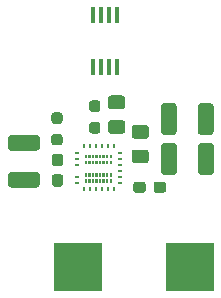
<source format=gtp>
%TF.GenerationSoftware,KiCad,Pcbnew,(5.1.6-0-10_14)*%
%TF.CreationDate,2021-10-07T10:19:15+09:00*%
%TF.ProjectId,peltier,70656c74-6965-4722-9e6b-696361645f70,rev?*%
%TF.SameCoordinates,Original*%
%TF.FileFunction,Paste,Top*%
%TF.FilePolarity,Positive*%
%FSLAX46Y46*%
G04 Gerber Fmt 4.6, Leading zero omitted, Abs format (unit mm)*
G04 Created by KiCad (PCBNEW (5.1.6-0-10_14)) date 2021-10-07 10:19:15*
%MOMM*%
%LPD*%
G01*
G04 APERTURE LIST*
%ADD10C,0.100000*%
%ADD11R,0.250000X0.450000*%
%ADD12R,0.450000X0.250000*%
%ADD13R,0.450000X1.450000*%
%ADD14R,0.400000X1.450000*%
%ADD15R,4.100000X4.100000*%
G04 APERTURE END LIST*
D10*
%TO.C,U1*%
G36*
X172300000Y-54750000D02*
G01*
X172300000Y-54450000D01*
X172500000Y-54450000D01*
X172500000Y-54750000D01*
X172300000Y-54750000D01*
G37*
G36*
X172300000Y-55250000D02*
G01*
X172300000Y-54950000D01*
X172500000Y-54950000D01*
X172500000Y-55250000D01*
X172300000Y-55250000D01*
G37*
G36*
X172300000Y-54750000D02*
G01*
X172300000Y-54450000D01*
X172500000Y-54450000D01*
X172500000Y-54750000D01*
X172300000Y-54750000D01*
G37*
G36*
X173200000Y-54750000D02*
G01*
X173200000Y-54450000D01*
X173400000Y-54450000D01*
X173400000Y-54750000D01*
X173200000Y-54750000D01*
G37*
G36*
X173800000Y-55250000D02*
G01*
X173800000Y-54950000D01*
X174000000Y-54950000D01*
X174000000Y-55250000D01*
X173800000Y-55250000D01*
G37*
G36*
X173500000Y-54750000D02*
G01*
X173500000Y-54450000D01*
X173700000Y-54450000D01*
X173700000Y-54750000D01*
X173500000Y-54750000D01*
G37*
G36*
X173500000Y-54750000D02*
G01*
X173500000Y-54450000D01*
X173700000Y-54450000D01*
X173700000Y-54750000D01*
X173500000Y-54750000D01*
G37*
G36*
X173800000Y-54750000D02*
G01*
X173800000Y-54450000D01*
X174000000Y-54450000D01*
X174000000Y-54750000D01*
X173800000Y-54750000D01*
G37*
G36*
X173500000Y-55250000D02*
G01*
X173500000Y-54950000D01*
X173700000Y-54950000D01*
X173700000Y-55250000D01*
X173500000Y-55250000D01*
G37*
G36*
X173800000Y-54750000D02*
G01*
X173800000Y-54450000D01*
X174000000Y-54450000D01*
X174000000Y-54750000D01*
X173800000Y-54750000D01*
G37*
G36*
X174100000Y-55250000D02*
G01*
X174100000Y-54950000D01*
X174300000Y-54950000D01*
X174300000Y-55250000D01*
X174100000Y-55250000D01*
G37*
G36*
X174100000Y-54750000D02*
G01*
X174100000Y-54450000D01*
X174300000Y-54450000D01*
X174300000Y-54750000D01*
X174100000Y-54750000D01*
G37*
G36*
X174100000Y-54750000D02*
G01*
X174100000Y-54450000D01*
X174300000Y-54450000D01*
X174300000Y-54750000D01*
X174100000Y-54750000D01*
G37*
G36*
X173200000Y-55250000D02*
G01*
X173200000Y-54950000D01*
X173400000Y-54950000D01*
X173400000Y-55250000D01*
X173200000Y-55250000D01*
G37*
G36*
X172900000Y-54750000D02*
G01*
X172900000Y-54450000D01*
X173100000Y-54450000D01*
X173100000Y-54750000D01*
X172900000Y-54750000D01*
G37*
G36*
X172900000Y-54750000D02*
G01*
X172900000Y-54450000D01*
X173100000Y-54450000D01*
X173100000Y-54750000D01*
X172900000Y-54750000D01*
G37*
G36*
X173200000Y-54750000D02*
G01*
X173200000Y-54450000D01*
X173400000Y-54450000D01*
X173400000Y-54750000D01*
X173200000Y-54750000D01*
G37*
G36*
X172900000Y-55250000D02*
G01*
X172900000Y-54950000D01*
X173100000Y-54950000D01*
X173100000Y-55250000D01*
X172900000Y-55250000D01*
G37*
G36*
X172600000Y-54750000D02*
G01*
X172600000Y-54450000D01*
X172800000Y-54450000D01*
X172800000Y-54750000D01*
X172600000Y-54750000D01*
G37*
G36*
X172600000Y-55250000D02*
G01*
X172600000Y-54950000D01*
X172800000Y-54950000D01*
X172800000Y-55250000D01*
X172600000Y-55250000D01*
G37*
G36*
X172600000Y-54750000D02*
G01*
X172600000Y-54450000D01*
X172800000Y-54450000D01*
X172800000Y-54750000D01*
X172600000Y-54750000D01*
G37*
G36*
X174400000Y-54750000D02*
G01*
X174400000Y-54450000D01*
X174600000Y-54450000D01*
X174600000Y-54750000D01*
X174400000Y-54750000D01*
G37*
G36*
X174400000Y-55250000D02*
G01*
X174400000Y-54950000D01*
X174600000Y-54950000D01*
X174600000Y-55250000D01*
X174400000Y-55250000D01*
G37*
G36*
X174400000Y-54750000D02*
G01*
X174400000Y-54450000D01*
X174600000Y-54450000D01*
X174600000Y-54750000D01*
X174400000Y-54750000D01*
G37*
G36*
X173200000Y-53700000D02*
G01*
X173200000Y-53400000D01*
X173400000Y-53400000D01*
X173400000Y-53700000D01*
X173200000Y-53700000D01*
G37*
G36*
X172900000Y-53200000D02*
G01*
X172900000Y-52900000D01*
X173100000Y-52900000D01*
X173100000Y-53200000D01*
X172900000Y-53200000D01*
G37*
G36*
X172900000Y-53200000D02*
G01*
X172900000Y-52900000D01*
X173100000Y-52900000D01*
X173100000Y-53200000D01*
X172900000Y-53200000D01*
G37*
G36*
X173200000Y-53200000D02*
G01*
X173200000Y-52900000D01*
X173400000Y-52900000D01*
X173400000Y-53200000D01*
X173200000Y-53200000D01*
G37*
G36*
X172900000Y-53700000D02*
G01*
X172900000Y-53400000D01*
X173100000Y-53400000D01*
X173100000Y-53700000D01*
X172900000Y-53700000D01*
G37*
G36*
X172600000Y-53200000D02*
G01*
X172600000Y-52900000D01*
X172800000Y-52900000D01*
X172800000Y-53200000D01*
X172600000Y-53200000D01*
G37*
G36*
X172600000Y-53700000D02*
G01*
X172600000Y-53400000D01*
X172800000Y-53400000D01*
X172800000Y-53700000D01*
X172600000Y-53700000D01*
G37*
G36*
X172600000Y-53200000D02*
G01*
X172600000Y-52900000D01*
X172800000Y-52900000D01*
X172800000Y-53200000D01*
X172600000Y-53200000D01*
G37*
G36*
X172300000Y-53200000D02*
G01*
X172300000Y-52900000D01*
X172500000Y-52900000D01*
X172500000Y-53200000D01*
X172300000Y-53200000D01*
G37*
G36*
X172300000Y-53700000D02*
G01*
X172300000Y-53400000D01*
X172500000Y-53400000D01*
X172500000Y-53700000D01*
X172300000Y-53700000D01*
G37*
G36*
X172300000Y-53200000D02*
G01*
X172300000Y-52900000D01*
X172500000Y-52900000D01*
X172500000Y-53200000D01*
X172300000Y-53200000D01*
G37*
G36*
X173200000Y-53200000D02*
G01*
X173200000Y-52900000D01*
X173400000Y-52900000D01*
X173400000Y-53200000D01*
X173200000Y-53200000D01*
G37*
G36*
X173800000Y-53700000D02*
G01*
X173800000Y-53400000D01*
X174000000Y-53400000D01*
X174000000Y-53700000D01*
X173800000Y-53700000D01*
G37*
G36*
X173500000Y-53200000D02*
G01*
X173500000Y-52900000D01*
X173700000Y-52900000D01*
X173700000Y-53200000D01*
X173500000Y-53200000D01*
G37*
G36*
X173500000Y-53200000D02*
G01*
X173500000Y-52900000D01*
X173700000Y-52900000D01*
X173700000Y-53200000D01*
X173500000Y-53200000D01*
G37*
G36*
X173800000Y-53200000D02*
G01*
X173800000Y-52900000D01*
X174000000Y-52900000D01*
X174000000Y-53200000D01*
X173800000Y-53200000D01*
G37*
G36*
X173500000Y-53700000D02*
G01*
X173500000Y-53400000D01*
X173700000Y-53400000D01*
X173700000Y-53700000D01*
X173500000Y-53700000D01*
G37*
G36*
X173800000Y-53200000D02*
G01*
X173800000Y-52900000D01*
X174000000Y-52900000D01*
X174000000Y-53200000D01*
X173800000Y-53200000D01*
G37*
G36*
X174100000Y-53700000D02*
G01*
X174100000Y-53400000D01*
X174300000Y-53400000D01*
X174300000Y-53700000D01*
X174100000Y-53700000D01*
G37*
G36*
X174100000Y-53200000D02*
G01*
X174100000Y-52900000D01*
X174300000Y-52900000D01*
X174300000Y-53200000D01*
X174100000Y-53200000D01*
G37*
G36*
X174100000Y-53200000D02*
G01*
X174100000Y-52900000D01*
X174300000Y-52900000D01*
X174300000Y-53200000D01*
X174100000Y-53200000D01*
G37*
G36*
X174400000Y-53700000D02*
G01*
X174400000Y-53400000D01*
X174600000Y-53400000D01*
X174600000Y-53700000D01*
X174400000Y-53700000D01*
G37*
G36*
X174400000Y-53200000D02*
G01*
X174400000Y-52900000D01*
X174600000Y-52900000D01*
X174600000Y-53200000D01*
X174400000Y-53200000D01*
G37*
G36*
X174400000Y-53200000D02*
G01*
X174400000Y-52900000D01*
X174600000Y-52900000D01*
X174600000Y-53200000D01*
X174400000Y-53200000D01*
G37*
%TD*%
D11*
%TO.C,U1*%
X174750000Y-52180000D03*
X174250000Y-52180000D03*
X173750000Y-52180000D03*
X173250000Y-52180000D03*
X172750000Y-52180000D03*
X172250000Y-52180000D03*
D12*
X171680000Y-52750000D03*
X171680000Y-53250000D03*
X171680000Y-53750000D03*
X171680000Y-54750000D03*
X171680000Y-55250000D03*
D11*
X172250000Y-55820000D03*
X172750000Y-55820000D03*
X173250000Y-55820000D03*
X173750000Y-55820000D03*
X174250000Y-55820000D03*
X174750000Y-55820000D03*
D12*
X175320000Y-55250000D03*
X175320000Y-54750000D03*
X175320000Y-54250000D03*
X175320000Y-53750000D03*
X175320000Y-53250000D03*
X175320000Y-52750000D03*
%TD*%
%TO.C,C1*%
G36*
G01*
X177475000Y-53625000D02*
X176525000Y-53625000D01*
G75*
G02*
X176275000Y-53375000I0J250000D01*
G01*
X176275000Y-52700000D01*
G75*
G02*
X176525000Y-52450000I250000J0D01*
G01*
X177475000Y-52450000D01*
G75*
G02*
X177725000Y-52700000I0J-250000D01*
G01*
X177725000Y-53375000D01*
G75*
G02*
X177475000Y-53625000I-250000J0D01*
G01*
G37*
G36*
G01*
X177475000Y-51550000D02*
X176525000Y-51550000D01*
G75*
G02*
X176275000Y-51300000I0J250000D01*
G01*
X176275000Y-50625000D01*
G75*
G02*
X176525000Y-50375000I250000J0D01*
G01*
X177475000Y-50375000D01*
G75*
G02*
X177725000Y-50625000I0J-250000D01*
G01*
X177725000Y-51300000D01*
G75*
G02*
X177475000Y-51550000I-250000J0D01*
G01*
G37*
%TD*%
%TO.C,C2*%
G36*
G01*
X175475000Y-51125000D02*
X174525000Y-51125000D01*
G75*
G02*
X174275000Y-50875000I0J250000D01*
G01*
X174275000Y-50200000D01*
G75*
G02*
X174525000Y-49950000I250000J0D01*
G01*
X175475000Y-49950000D01*
G75*
G02*
X175725000Y-50200000I0J-250000D01*
G01*
X175725000Y-50875000D01*
G75*
G02*
X175475000Y-51125000I-250000J0D01*
G01*
G37*
G36*
G01*
X175475000Y-49050000D02*
X174525000Y-49050000D01*
G75*
G02*
X174275000Y-48800000I0J250000D01*
G01*
X174275000Y-48125000D01*
G75*
G02*
X174525000Y-47875000I250000J0D01*
G01*
X175475000Y-47875000D01*
G75*
G02*
X175725000Y-48125000I0J-250000D01*
G01*
X175725000Y-48800000D01*
G75*
G02*
X175475000Y-49050000I-250000J0D01*
G01*
G37*
%TD*%
%TO.C,C3*%
G36*
G01*
X177475000Y-55412500D02*
X177475000Y-55887500D01*
G75*
G02*
X177237500Y-56125000I-237500J0D01*
G01*
X176637500Y-56125000D01*
G75*
G02*
X176400000Y-55887500I0J237500D01*
G01*
X176400000Y-55412500D01*
G75*
G02*
X176637500Y-55175000I237500J0D01*
G01*
X177237500Y-55175000D01*
G75*
G02*
X177475000Y-55412500I0J-237500D01*
G01*
G37*
G36*
G01*
X179200000Y-55412500D02*
X179200000Y-55887500D01*
G75*
G02*
X178962500Y-56125000I-237500J0D01*
G01*
X178362500Y-56125000D01*
G75*
G02*
X178125000Y-55887500I0J237500D01*
G01*
X178125000Y-55412500D01*
G75*
G02*
X178362500Y-55175000I237500J0D01*
G01*
X178962500Y-55175000D01*
G75*
G02*
X179200000Y-55412500I0J-237500D01*
G01*
G37*
%TD*%
%TO.C,C4*%
G36*
G01*
X169762500Y-52800000D02*
X170237500Y-52800000D01*
G75*
G02*
X170475000Y-53037500I0J-237500D01*
G01*
X170475000Y-53637500D01*
G75*
G02*
X170237500Y-53875000I-237500J0D01*
G01*
X169762500Y-53875000D01*
G75*
G02*
X169525000Y-53637500I0J237500D01*
G01*
X169525000Y-53037500D01*
G75*
G02*
X169762500Y-52800000I237500J0D01*
G01*
G37*
G36*
G01*
X169762500Y-54525000D02*
X170237500Y-54525000D01*
G75*
G02*
X170475000Y-54762500I0J-237500D01*
G01*
X170475000Y-55362500D01*
G75*
G02*
X170237500Y-55600000I-237500J0D01*
G01*
X169762500Y-55600000D01*
G75*
G02*
X169525000Y-55362500I0J237500D01*
G01*
X169525000Y-54762500D01*
G75*
G02*
X169762500Y-54525000I237500J0D01*
G01*
G37*
%TD*%
%TO.C,R2*%
G36*
G01*
X170187500Y-52100000D02*
X169712500Y-52100000D01*
G75*
G02*
X169475000Y-51862500I0J237500D01*
G01*
X169475000Y-51362500D01*
G75*
G02*
X169712500Y-51125000I237500J0D01*
G01*
X170187500Y-51125000D01*
G75*
G02*
X170425000Y-51362500I0J-237500D01*
G01*
X170425000Y-51862500D01*
G75*
G02*
X170187500Y-52100000I-237500J0D01*
G01*
G37*
G36*
G01*
X170187500Y-50275000D02*
X169712500Y-50275000D01*
G75*
G02*
X169475000Y-50037500I0J237500D01*
G01*
X169475000Y-49537500D01*
G75*
G02*
X169712500Y-49300000I237500J0D01*
G01*
X170187500Y-49300000D01*
G75*
G02*
X170425000Y-49537500I0J-237500D01*
G01*
X170425000Y-50037500D01*
G75*
G02*
X170187500Y-50275000I-237500J0D01*
G01*
G37*
%TD*%
%TO.C,R3*%
G36*
G01*
X173387500Y-49275000D02*
X172912500Y-49275000D01*
G75*
G02*
X172675000Y-49037500I0J237500D01*
G01*
X172675000Y-48537500D01*
G75*
G02*
X172912500Y-48300000I237500J0D01*
G01*
X173387500Y-48300000D01*
G75*
G02*
X173625000Y-48537500I0J-237500D01*
G01*
X173625000Y-49037500D01*
G75*
G02*
X173387500Y-49275000I-237500J0D01*
G01*
G37*
G36*
G01*
X173387500Y-51100000D02*
X172912500Y-51100000D01*
G75*
G02*
X172675000Y-50862500I0J237500D01*
G01*
X172675000Y-50362500D01*
G75*
G02*
X172912500Y-50125000I237500J0D01*
G01*
X173387500Y-50125000D01*
G75*
G02*
X173625000Y-50362500I0J-237500D01*
G01*
X173625000Y-50862500D01*
G75*
G02*
X173387500Y-51100000I-237500J0D01*
G01*
G37*
%TD*%
D13*
%TO.C,U2*%
X175000000Y-45500000D03*
D14*
X174325000Y-45500000D03*
X173675000Y-45500000D03*
D13*
X173000000Y-45500000D03*
X173000000Y-41100000D03*
D14*
X173675000Y-41100000D03*
X174325000Y-41100000D03*
D13*
X175000000Y-41100000D03*
%TD*%
%TO.C,C5*%
G36*
G01*
X166049999Y-51225000D02*
X168250001Y-51225000D01*
G75*
G02*
X168500000Y-51474999I0J-249999D01*
G01*
X168500000Y-52300001D01*
G75*
G02*
X168250001Y-52550000I-249999J0D01*
G01*
X166049999Y-52550000D01*
G75*
G02*
X165800000Y-52300001I0J249999D01*
G01*
X165800000Y-51474999D01*
G75*
G02*
X166049999Y-51225000I249999J0D01*
G01*
G37*
G36*
G01*
X166049999Y-54350000D02*
X168250001Y-54350000D01*
G75*
G02*
X168500000Y-54599999I0J-249999D01*
G01*
X168500000Y-55425001D01*
G75*
G02*
X168250001Y-55675000I-249999J0D01*
G01*
X166049999Y-55675000D01*
G75*
G02*
X165800000Y-55425001I0J249999D01*
G01*
X165800000Y-54599999D01*
G75*
G02*
X166049999Y-54350000I249999J0D01*
G01*
G37*
%TD*%
%TO.C,C6*%
G36*
G01*
X183225000Y-52149999D02*
X183225000Y-54350001D01*
G75*
G02*
X182975001Y-54600000I-249999J0D01*
G01*
X182149999Y-54600000D01*
G75*
G02*
X181900000Y-54350001I0J249999D01*
G01*
X181900000Y-52149999D01*
G75*
G02*
X182149999Y-51900000I249999J0D01*
G01*
X182975001Y-51900000D01*
G75*
G02*
X183225000Y-52149999I0J-249999D01*
G01*
G37*
G36*
G01*
X180100000Y-52149999D02*
X180100000Y-54350001D01*
G75*
G02*
X179850001Y-54600000I-249999J0D01*
G01*
X179024999Y-54600000D01*
G75*
G02*
X178775000Y-54350001I0J249999D01*
G01*
X178775000Y-52149999D01*
G75*
G02*
X179024999Y-51900000I249999J0D01*
G01*
X179850001Y-51900000D01*
G75*
G02*
X180100000Y-52149999I0J-249999D01*
G01*
G37*
%TD*%
%TO.C,C8*%
G36*
G01*
X180084999Y-48774998D02*
X180084999Y-50975000D01*
G75*
G02*
X179835000Y-51224999I-249999J0D01*
G01*
X179009998Y-51224999D01*
G75*
G02*
X178759999Y-50975000I0J249999D01*
G01*
X178759999Y-48774998D01*
G75*
G02*
X179009998Y-48524999I249999J0D01*
G01*
X179835000Y-48524999D01*
G75*
G02*
X180084999Y-48774998I0J-249999D01*
G01*
G37*
G36*
G01*
X183209999Y-48774998D02*
X183209999Y-50975000D01*
G75*
G02*
X182960000Y-51224999I-249999J0D01*
G01*
X182134998Y-51224999D01*
G75*
G02*
X181884999Y-50975000I0J249999D01*
G01*
X181884999Y-48774998D01*
G75*
G02*
X182134998Y-48524999I249999J0D01*
G01*
X182960000Y-48524999D01*
G75*
G02*
X183209999Y-48774998I0J-249999D01*
G01*
G37*
%TD*%
D15*
%TO.C,L1*%
X171710000Y-62370000D03*
X181210000Y-62370000D03*
%TD*%
M02*

</source>
